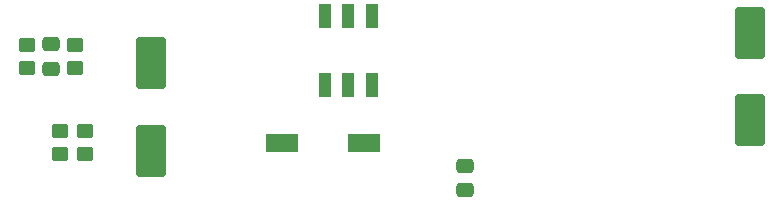
<source format=gbr>
%TF.GenerationSoftware,KiCad,Pcbnew,(6.0.7)*%
%TF.CreationDate,2022-10-27T13:02:41+02:00*%
%TF.ProjectId,UniMini,556e694d-696e-4692-9e6b-696361645f70,rev?*%
%TF.SameCoordinates,Original*%
%TF.FileFunction,Paste,Top*%
%TF.FilePolarity,Positive*%
%FSLAX46Y46*%
G04 Gerber Fmt 4.6, Leading zero omitted, Abs format (unit mm)*
G04 Created by KiCad (PCBNEW (6.0.7)) date 2022-10-27 13:02:41*
%MOMM*%
%LPD*%
G01*
G04 APERTURE LIST*
G04 Aperture macros list*
%AMRoundRect*
0 Rectangle with rounded corners*
0 $1 Rounding radius*
0 $2 $3 $4 $5 $6 $7 $8 $9 X,Y pos of 4 corners*
0 Add a 4 corners polygon primitive as box body*
4,1,4,$2,$3,$4,$5,$6,$7,$8,$9,$2,$3,0*
0 Add four circle primitives for the rounded corners*
1,1,$1+$1,$2,$3*
1,1,$1+$1,$4,$5*
1,1,$1+$1,$6,$7*
1,1,$1+$1,$8,$9*
0 Add four rect primitives between the rounded corners*
20,1,$1+$1,$2,$3,$4,$5,0*
20,1,$1+$1,$4,$5,$6,$7,0*
20,1,$1+$1,$6,$7,$8,$9,0*
20,1,$1+$1,$8,$9,$2,$3,0*%
G04 Aperture macros list end*
%ADD10RoundRect,0.250000X-1.000000X1.950000X-1.000000X-1.950000X1.000000X-1.950000X1.000000X1.950000X0*%
%ADD11RoundRect,0.250000X-0.450000X0.350000X-0.450000X-0.350000X0.450000X-0.350000X0.450000X0.350000X0*%
%ADD12RoundRect,0.250000X0.450000X-0.350000X0.450000X0.350000X-0.450000X0.350000X-0.450000X-0.350000X0*%
%ADD13RoundRect,0.250000X-0.475000X0.337500X-0.475000X-0.337500X0.475000X-0.337500X0.475000X0.337500X0*%
%ADD14R,2.699750X1.597660*%
%ADD15R,1.000000X2.032000*%
G04 APERTURE END LIST*
D10*
%TO.C,C4*%
X47400000Y-77100000D03*
X47400000Y-84500000D03*
%TD*%
D11*
%TO.C,R1*%
X41800000Y-82800000D03*
X41800000Y-84800000D03*
%TD*%
D12*
%TO.C,R4*%
X41000000Y-77500000D03*
X41000000Y-75500000D03*
%TD*%
D10*
%TO.C,C1*%
X98100000Y-74500000D03*
X98100000Y-81900000D03*
%TD*%
D13*
%TO.C,C5*%
X38900000Y-75462500D03*
X38900000Y-77537500D03*
%TD*%
%TO.C,C7*%
X74000000Y-85762500D03*
X74000000Y-87837500D03*
%TD*%
D12*
%TO.C,R3*%
X36900000Y-77500000D03*
X36900000Y-75500000D03*
%TD*%
D14*
%TO.C,S1*%
X58500000Y-83800000D03*
X65400000Y-83800000D03*
%TD*%
D11*
%TO.C,R2*%
X39700000Y-82800000D03*
X39700000Y-84800000D03*
%TD*%
D15*
%TO.C,SW1*%
X64100000Y-73100000D03*
X64100000Y-78900000D03*
X62100000Y-78900000D03*
X62100000Y-73100000D03*
X66100000Y-73100000D03*
X66100000Y-78900000D03*
%TD*%
M02*

</source>
